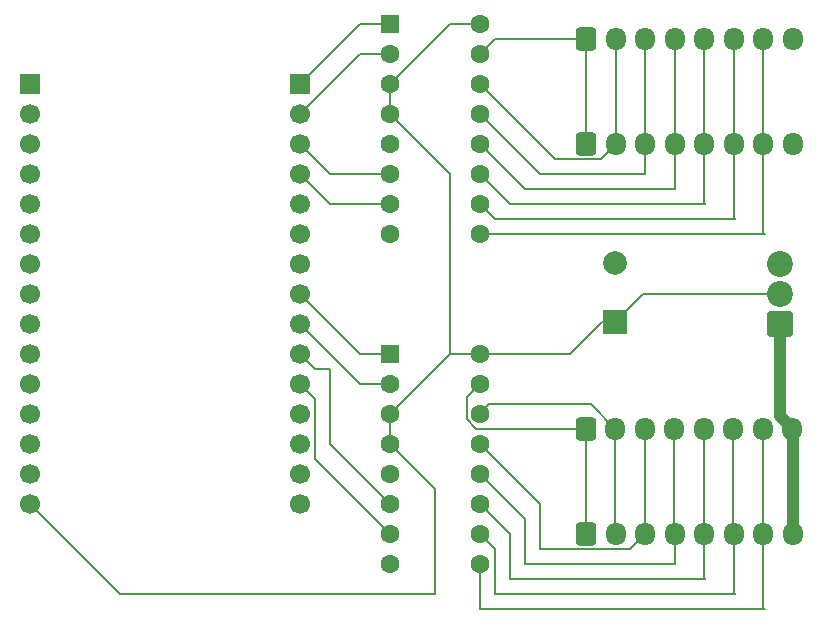
<source format=gtl>
G04 #@! TF.GenerationSoftware,KiCad,Pcbnew,9.0.1*
G04 #@! TF.CreationDate,2025-05-08T00:01:32-03:00*
G04 #@! TF.ProjectId,Controlador,436f6e74-726f-46c6-9164-6f722e6b6963,rev?*
G04 #@! TF.SameCoordinates,Original*
G04 #@! TF.FileFunction,Copper,L1,Top*
G04 #@! TF.FilePolarity,Positive*
%FSLAX46Y46*%
G04 Gerber Fmt 4.6, Leading zero omitted, Abs format (unit mm)*
G04 Created by KiCad (PCBNEW 9.0.1) date 2025-05-08 00:01:32*
%MOMM*%
%LPD*%
G01*
G04 APERTURE LIST*
G04 Aperture macros list*
%AMRoundRect*
0 Rectangle with rounded corners*
0 $1 Rounding radius*
0 $2 $3 $4 $5 $6 $7 $8 $9 X,Y pos of 4 corners*
0 Add a 4 corners polygon primitive as box body*
4,1,4,$2,$3,$4,$5,$6,$7,$8,$9,$2,$3,0*
0 Add four circle primitives for the rounded corners*
1,1,$1+$1,$2,$3*
1,1,$1+$1,$4,$5*
1,1,$1+$1,$6,$7*
1,1,$1+$1,$8,$9*
0 Add four rect primitives between the rounded corners*
20,1,$1+$1,$2,$3,$4,$5,0*
20,1,$1+$1,$4,$5,$6,$7,0*
20,1,$1+$1,$6,$7,$8,$9,0*
20,1,$1+$1,$8,$9,$2,$3,0*%
G04 Aperture macros list end*
G04 #@! TA.AperFunction,ComponentPad*
%ADD10RoundRect,0.250000X-0.600000X-0.725000X0.600000X-0.725000X0.600000X0.725000X-0.600000X0.725000X0*%
G04 #@! TD*
G04 #@! TA.AperFunction,ComponentPad*
%ADD11O,1.700000X1.950000*%
G04 #@! TD*
G04 #@! TA.AperFunction,ComponentPad*
%ADD12RoundRect,0.249999X0.850001X-0.850001X0.850001X0.850001X-0.850001X0.850001X-0.850001X-0.850001X0*%
G04 #@! TD*
G04 #@! TA.AperFunction,ComponentPad*
%ADD13C,2.200000*%
G04 #@! TD*
G04 #@! TA.AperFunction,ComponentPad*
%ADD14R,2.000000X2.000000*%
G04 #@! TD*
G04 #@! TA.AperFunction,ComponentPad*
%ADD15C,2.000000*%
G04 #@! TD*
G04 #@! TA.AperFunction,ComponentPad*
%ADD16R,1.700000X1.700000*%
G04 #@! TD*
G04 #@! TA.AperFunction,ComponentPad*
%ADD17C,1.700000*%
G04 #@! TD*
G04 #@! TA.AperFunction,ComponentPad*
%ADD18RoundRect,0.250000X-0.550000X-0.550000X0.550000X-0.550000X0.550000X0.550000X-0.550000X0.550000X0*%
G04 #@! TD*
G04 #@! TA.AperFunction,ComponentPad*
%ADD19C,1.600000*%
G04 #@! TD*
G04 #@! TA.AperFunction,Conductor*
%ADD20C,0.200000*%
G04 #@! TD*
G04 #@! TA.AperFunction,Conductor*
%ADD21C,1.000000*%
G04 #@! TD*
G04 APERTURE END LIST*
D10*
X72510000Y-67310000D03*
D11*
X75010000Y-67310000D03*
X77510000Y-67310000D03*
X80010000Y-67310000D03*
X82510000Y-67310000D03*
X85010000Y-67310000D03*
X87510000Y-67310000D03*
X90010000Y-67310000D03*
D12*
X88900000Y-49530000D03*
D13*
X88900000Y-46990000D03*
X88900000Y-44450000D03*
D14*
X74930000Y-49357677D03*
D15*
X74930000Y-44357677D03*
D10*
X72470000Y-58420000D03*
D11*
X74970000Y-58420000D03*
X77470000Y-58420000D03*
X79970000Y-58420000D03*
X82470000Y-58420000D03*
X84970000Y-58420000D03*
X87470000Y-58420000D03*
X89970000Y-58420000D03*
D10*
X72510000Y-25400000D03*
D11*
X75010000Y-25400000D03*
X77510000Y-25400000D03*
X80010000Y-25400000D03*
X82510000Y-25400000D03*
X85010000Y-25400000D03*
X87510000Y-25400000D03*
X90010000Y-25400000D03*
D10*
X72510000Y-34290000D03*
D11*
X75010000Y-34290000D03*
X77510000Y-34290000D03*
X80010000Y-34290000D03*
X82510000Y-34290000D03*
X85010000Y-34290000D03*
X87510000Y-34290000D03*
X90010000Y-34290000D03*
D16*
X25400000Y-29210000D03*
D17*
X25400000Y-31750000D03*
X25400000Y-34290000D03*
X25400000Y-36830000D03*
X25400000Y-39370000D03*
X25400000Y-41910000D03*
X25400000Y-44450000D03*
X25400000Y-46990000D03*
X25400000Y-49530000D03*
X25400000Y-52070000D03*
X25400000Y-54610000D03*
X25400000Y-57150000D03*
X25400000Y-59690000D03*
X25400000Y-62230000D03*
X25400000Y-64770000D03*
D16*
X48260000Y-29210000D03*
D17*
X48260000Y-31750000D03*
X48260000Y-34290000D03*
X48260000Y-36830000D03*
X48260000Y-39370000D03*
X48260000Y-41910000D03*
X48260000Y-44450000D03*
X48260000Y-46990000D03*
X48260000Y-49530000D03*
X48260000Y-52070000D03*
X48260000Y-54610000D03*
X48260000Y-57150000D03*
X48260000Y-59690000D03*
X48260000Y-62230000D03*
X48260000Y-64770000D03*
D18*
X55885000Y-24130000D03*
D19*
X55885000Y-26670000D03*
X55885000Y-29210000D03*
X55885000Y-31750000D03*
X55885000Y-34290000D03*
X55885000Y-36830000D03*
X55885000Y-39370000D03*
X55885000Y-41910000D03*
X63505000Y-41910000D03*
X63505000Y-39370000D03*
X63505000Y-36830000D03*
X63505000Y-34290000D03*
X63505000Y-31750000D03*
X63505000Y-29210000D03*
X63505000Y-26670000D03*
X63505000Y-24130000D03*
D18*
X55880000Y-52070000D03*
D19*
X55880000Y-54610000D03*
X55880000Y-57150000D03*
X55880000Y-59690000D03*
X55880000Y-62230000D03*
X55880000Y-64770000D03*
X55880000Y-67310000D03*
X55880000Y-69850000D03*
X63500000Y-69850000D03*
X63500000Y-67310000D03*
X63500000Y-64770000D03*
X63500000Y-62230000D03*
X63500000Y-59690000D03*
X63500000Y-57150000D03*
X63500000Y-54610000D03*
X63500000Y-52070000D03*
D20*
X33020000Y-72390000D02*
X59690000Y-72390000D01*
X55880000Y-59690000D02*
X55880000Y-57150000D01*
X77297677Y-46990000D02*
X74930000Y-49357677D01*
X60960000Y-52070000D02*
X60960000Y-36825000D01*
X60965000Y-24130000D02*
X55885000Y-29210000D01*
X60960000Y-52070000D02*
X55880000Y-57150000D01*
X63505000Y-24130000D02*
X60965000Y-24130000D01*
X88900000Y-46990000D02*
X77297677Y-46990000D01*
X59690000Y-72390000D02*
X59690000Y-63500000D01*
X73832323Y-49357677D02*
X71120000Y-52070000D01*
X55885000Y-29210000D02*
X55885000Y-31750000D01*
X60960000Y-36825000D02*
X55885000Y-31750000D01*
X59690000Y-63500000D02*
X55880000Y-59690000D01*
X25400000Y-64770000D02*
X33020000Y-72390000D01*
X63500000Y-52070000D02*
X60960000Y-52070000D01*
X71120000Y-52070000D02*
X63500000Y-52070000D01*
X74930000Y-49357677D02*
X73832323Y-49357677D01*
X55885000Y-36830000D02*
X50800000Y-36830000D01*
X50800000Y-36830000D02*
X48260000Y-34290000D01*
X53340000Y-54610000D02*
X48260000Y-49530000D01*
X55880000Y-54610000D02*
X53340000Y-54610000D01*
X48260000Y-46990000D02*
X53340000Y-52070000D01*
X53340000Y-52070000D02*
X55880000Y-52070000D01*
X55885000Y-26670000D02*
X53340000Y-26670000D01*
X53340000Y-26670000D02*
X48260000Y-31750000D01*
X55885000Y-39370000D02*
X50800000Y-39370000D01*
X50800000Y-39370000D02*
X48260000Y-36830000D01*
X55880000Y-67310000D02*
X49530000Y-60960000D01*
X49530000Y-55880000D02*
X48260000Y-54610000D01*
X49530000Y-60960000D02*
X49530000Y-55880000D01*
X50800000Y-59690000D02*
X50800000Y-53340000D01*
X50800000Y-53340000D02*
X49530000Y-53340000D01*
X49530000Y-53340000D02*
X48260000Y-52070000D01*
X55880000Y-64770000D02*
X50800000Y-59690000D01*
X55885000Y-24130000D02*
X53340000Y-24130000D01*
X53340000Y-24130000D02*
X48260000Y-29210000D01*
X85010000Y-25400000D02*
X85010000Y-34290000D01*
X85010000Y-40560000D02*
X85090000Y-40640000D01*
X64775000Y-40640000D02*
X63505000Y-39370000D01*
X85090000Y-40640000D02*
X64775000Y-40640000D01*
X85010000Y-34290000D02*
X85010000Y-40560000D01*
X72510000Y-25400000D02*
X72510000Y-34290000D01*
X72510000Y-25400000D02*
X64775000Y-25400000D01*
X64775000Y-25400000D02*
X63505000Y-26670000D01*
X75010000Y-34290000D02*
X75010000Y-25400000D01*
X75010000Y-34290000D02*
X73734000Y-35566000D01*
X69861000Y-35566000D02*
X63505000Y-29210000D01*
X73734000Y-35566000D02*
X69861000Y-35566000D01*
X63505000Y-41910000D02*
X87630000Y-41910000D01*
X87510000Y-34290000D02*
X87510000Y-25400000D01*
X87510000Y-41790000D02*
X87510000Y-34290000D01*
X87630000Y-41910000D02*
X87510000Y-41790000D01*
X77510000Y-34290000D02*
X77510000Y-36790000D01*
X77510000Y-25400000D02*
X77510000Y-34290000D01*
X68585000Y-36830000D02*
X63505000Y-31750000D01*
X77470000Y-36830000D02*
X68585000Y-36830000D01*
X77510000Y-36790000D02*
X77470000Y-36830000D01*
X82510000Y-39330000D02*
X82550000Y-39370000D01*
X82510000Y-34290000D02*
X82510000Y-25400000D01*
X82550000Y-39370000D02*
X66040000Y-39370000D01*
X82510000Y-34290000D02*
X82510000Y-39330000D01*
X66040000Y-39365000D02*
X63505000Y-36830000D01*
X66040000Y-39370000D02*
X66040000Y-39365000D01*
X67315000Y-38100000D02*
X63505000Y-34290000D01*
X80010000Y-38100000D02*
X67315000Y-38100000D01*
X80010000Y-34290000D02*
X80010000Y-25400000D01*
X80010000Y-34290000D02*
X80010000Y-38100000D01*
X77510000Y-58460000D02*
X77470000Y-58420000D01*
X68580000Y-68580000D02*
X68580000Y-64770000D01*
X68586000Y-68586000D02*
X68580000Y-68580000D01*
X68580000Y-64770000D02*
X63500000Y-59690000D01*
X77510000Y-67310000D02*
X76234000Y-68586000D01*
X77510000Y-67310000D02*
X77510000Y-58460000D01*
X76234000Y-68586000D02*
X68586000Y-68586000D01*
X80010000Y-67310000D02*
X80010000Y-69850000D01*
X67310000Y-66040000D02*
X63500000Y-62230000D01*
X79970000Y-67270000D02*
X80010000Y-67310000D01*
X79970000Y-58420000D02*
X79970000Y-67270000D01*
X80010000Y-69850000D02*
X67310000Y-69850000D01*
X67310000Y-69850000D02*
X67310000Y-66040000D01*
X87510000Y-73540000D02*
X87630000Y-73660000D01*
X87510000Y-67310000D02*
X87510000Y-58460000D01*
X63500000Y-73660000D02*
X63500000Y-69850000D01*
X87510000Y-58460000D02*
X87470000Y-58420000D01*
X87630000Y-73660000D02*
X63500000Y-73660000D01*
X87510000Y-67310000D02*
X87510000Y-73540000D01*
X84970000Y-67270000D02*
X85010000Y-67310000D01*
X85010000Y-67310000D02*
X85010000Y-72310000D01*
X64770000Y-68580000D02*
X63500000Y-67310000D01*
X85090000Y-72390000D02*
X64770000Y-72390000D01*
X64770000Y-72390000D02*
X64770000Y-68580000D01*
X84970000Y-58420000D02*
X84970000Y-67270000D01*
X85010000Y-72310000D02*
X85090000Y-72390000D01*
X62399000Y-55711000D02*
X62399000Y-57606050D01*
X62399000Y-57606050D02*
X63212950Y-58420000D01*
X63212950Y-58420000D02*
X72470000Y-58420000D01*
X63500000Y-54610000D02*
X62399000Y-55711000D01*
X72510000Y-58460000D02*
X72470000Y-58420000D01*
X72510000Y-67310000D02*
X72510000Y-58460000D01*
X72900001Y-56350001D02*
X64299999Y-56350001D01*
X74970000Y-67270000D02*
X75010000Y-67310000D01*
X74970000Y-58420000D02*
X72900001Y-56350001D01*
X74970000Y-58420000D02*
X74970000Y-67270000D01*
X64299999Y-56350001D02*
X63500000Y-57150000D01*
X82510000Y-58460000D02*
X82470000Y-58420000D01*
X82510000Y-71080000D02*
X82550000Y-71120000D01*
X66040000Y-71120000D02*
X66040000Y-67310000D01*
X82550000Y-71120000D02*
X66040000Y-71120000D01*
X82510000Y-67310000D02*
X82510000Y-58460000D01*
X66040000Y-67310000D02*
X63500000Y-64770000D01*
X82510000Y-67310000D02*
X82510000Y-71080000D01*
X89970000Y-67270000D02*
X90010000Y-67310000D01*
D21*
X90010000Y-58460000D02*
X90010000Y-67310000D01*
X88900000Y-57350000D02*
X89970000Y-58420000D01*
X88900000Y-49530000D02*
X88900000Y-57350000D01*
X88900000Y-57350000D02*
X90010000Y-58460000D01*
D20*
X90301000Y-58089000D02*
X89970000Y-58420000D01*
M02*

</source>
